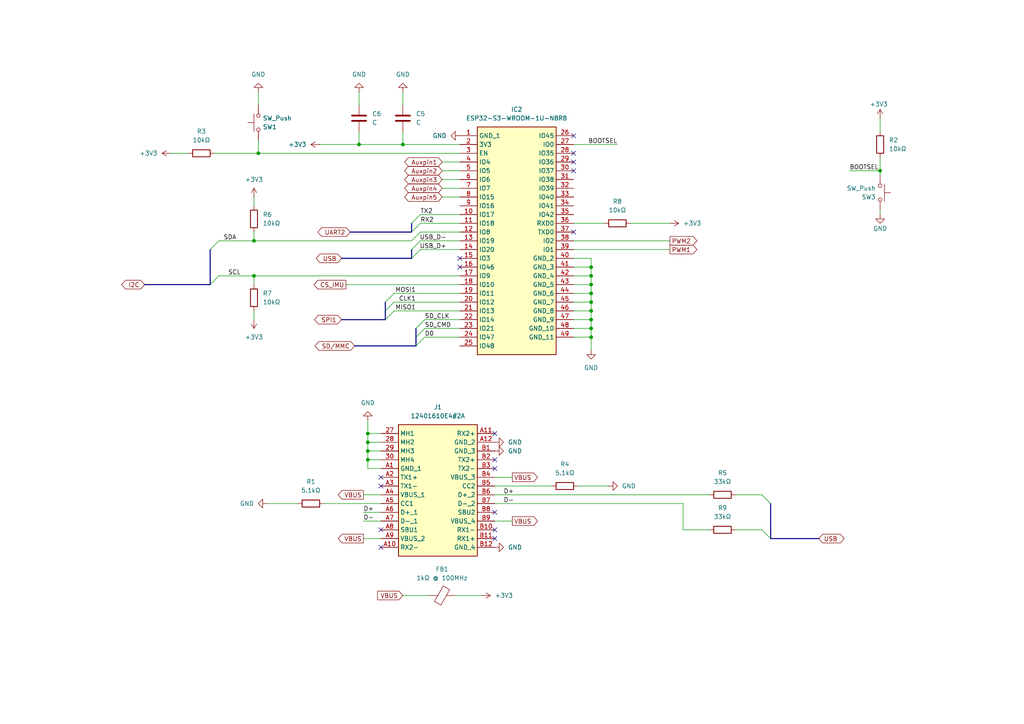
<source format=kicad_sch>
(kicad_sch (version 20250114) (generator "eeschema") (generator_version "9.0")
  (paper "A4")
  (lib_symbols
    (symbol "12401610E4#2A:12401610E4#2A"
      (property "Reference" "J" (at 29.21 7.62 0))
      (property "Value" "12401610E4#2A" (at 29.21 5.08 0))
      (symbol "12401610E4#2A_1_1"
        (rectangle (start 5.08 2.54) (end 27.94 -35.56) (stroke (width 0.254)) (fill (type background)))
        (pin passive line (at 0 0 0) (length 5.08) (name "MH1") (number "27"))
        (pin passive line (at 0 -2.54 0) (length 5.08) (name "MH2") (number "28"))
        (pin passive line (at 0 -5.08 0) (length 5.08) (name "MH3") (number "29"))
        (pin passive line (at 0 -7.62 0) (length 5.08) (name "MH4") (number "30"))
        (pin passive line (at 0 -10.16 0) (length 5.08) (name "GND_1") (number "A1"))
        (pin passive line (at 0 -12.7 0) (length 5.08) (name "TX1+") (number "A2"))
        (pin passive line (at 0 -15.24 0) (length 5.08) (name "TX1-") (number "A3"))
        (pin passive line (at 0 -17.78 0) (length 5.08) (name "VBUS_1") (number "A4"))
        (pin passive line (at 0 -20.32 0) (length 5.08) (name "CC1") (number "A5"))
        (pin passive line (at 0 -22.86 0) (length 5.08) (name "D+_1") (number "A6"))
        (pin passive line (at 0 -25.4 0) (length 5.08) (name "D-_1") (number "A7"))
        (pin passive line (at 0 -27.94 0) (length 5.08) (name "SBU1") (number "A8"))
        (pin passive line (at 0 -30.48 0) (length 5.08) (name "VBUS_2") (number "A9"))
        (pin passive line (at 0 -33.02 0) (length 5.08) (name "RX2-") (number "A10"))
        (pin passive line (at 33.02 0 180) (length 5.08) (name "RX2+") (number "A11"))
        (pin passive line (at 33.02 -2.54 180) (length 5.08) (name "GND_2") (number "A12"))
        (pin passive line (at 33.02 -5.08 180) (length 5.08) (name "GND_3") (number "B1"))
        (pin passive line (at 33.02 -7.62 180) (length 5.08) (name "TX2+") (number "B2"))
        (pin passive line (at 33.02 -10.16 180) (length 5.08) (name "TX2-") (number "B3"))
        (pin passive line (at 33.02 -12.7 180) (length 5.08) (name "VBUS_3") (number "B4"))
        (pin passive line (at 33.02 -15.24 180) (length 5.08) (name "CC2") (number "B5"))
        (pin passive line (at 33.02 -17.78 180) (length 5.08) (name "D+_2") (number "B6"))
        (pin passive line (at 33.02 -20.32 180) (length 5.08) (name "D-_2") (number "B7"))
        (pin passive line (at 33.02 -22.86 180) (length 5.08) (name "SBU2") (number "B8"))
        (pin passive line (at 33.02 -25.4 180) (length 5.08) (name "VBUS_4") (number "B9"))
        (pin passive line (at 33.02 -27.94 180) (length 5.08) (name "RX1-") (number "B10"))
        (pin passive line (at 33.02 -30.48 180) (length 5.08) (name "RX1+") (number "B11"))
        (pin passive line (at 33.02 -33.02 180) (length 5.08) (name "GND_4") (number "B12"))
      )
    )
    (symbol "Device:C" (pin_numbers (hide yes)) (pin_names (offset 0.254))
      (property "Reference" "C" (at 0.635 2.54 0))
      (property "Value" "C" (at 0.635 -2.54 0))
      (symbol "C_0_1"
        (polyline (pts (xy -2.032 0.762) (xy 2.032 0.762)) (stroke (width 0.508)))
        (polyline (pts (xy -2.032 -0.762) (xy 2.032 -0.762)) (stroke (width 0.508)))
      )
      (symbol "C_1_1"
        (pin passive line (at 0 3.81 270) (length 2.794) (name "~") (number "1"))
        (pin passive line (at 0 -3.81 90) (length 2.794) (name "~") (number "2"))
      )
    )
    (symbol "Device:FerriteBead" (pin_numbers (hide yes)) (pin_names (offset 0))
      (property "Reference" "FB" (at -3.81 0.635 90))
      (property "Value" "FerriteBead" (at 3.81 0 90))
      (symbol "FerriteBead_0_1"
        (polyline (pts (xy -2.7686 0.4064) (xy -1.7018 2.2606) (xy 2.7686 -0.3048) (xy 1.6764 -2.159) (xy -2.7686 0.4064)))
        (polyline (pts (xy 0 1.27) (xy 0 1.2954)))
        (polyline (pts (xy 0 -1.27) (xy 0 -1.2192)))
      )
      (symbol "FerriteBead_1_1"
        (pin passive line (at 0 3.81 270) (length 2.54) (name "~") (number "1"))
        (pin passive line (at 0 -3.81 90) (length 2.54) (name "~") (number "2"))
      )
    )
    (symbol "Device:R" (pin_numbers (hide yes)) (pin_names (offset 0))
      (property "Reference" "R" (at 2.032 0 90))
      (property "Value" "R" (at 0 0 90))
      (symbol "R_0_1"
        (rectangle (start -1.016 -2.54) (end 1.016 2.54) (stroke (width 0.254)))
      )
      (symbol "R_1_1"
        (pin passive line (at 0 3.81 270) (length 1.27) (name "~") (number "1"))
        (pin passive line (at 0 -3.81 90) (length 1.27) (name "~") (number "2"))
      )
    )
    (symbol "ESP32-S3-WROOM-1U-N8R8:ESP32-S3-WROOM-1U-N8R8"
      (property "Reference" "IC" (at 29.21 7.62 0))
      (property "Value" "ESP32-S3-WROOM-1U-N8R8" (at 29.21 5.08 0))
      (symbol "ESP32-S3-WROOM-1U-N8R8_1_1"
        (rectangle (start 5.08 2.54) (end 27.94 -63.5) (stroke (width 0.254)) (fill (type background)))
        (pin passive line (at 0 0 0) (length 5.08) (name "GND_1") (number "1"))
        (pin passive line (at 0 -2.54 0) (length 5.08) (name "3V3") (number "2"))
        (pin passive line (at 0 -5.08 0) (length 5.08) (name "EN") (number "3"))
        (pin passive line (at 0 -7.62 0) (length 5.08) (name "IO4") (number "4"))
        (pin passive line (at 0 -10.16 0) (length 5.08) (name "IO5") (number "5"))
        (pin passive line (at 0 -12.7 0) (length 5.08) (name "IO6") (number "6"))
        (pin passive line (at 0 -15.24 0) (length 5.08) (name "IO7") (number "7"))
        (pin passive line (at 0 -17.78 0) (length 5.08) (name "IO15") (number "8"))
        (pin passive line (at 0 -20.32 0) (length 5.08) (name "IO16") (number "9"))
        (pin passive line (at 0 -22.86 0) (length 5.08) (name "IO17") (number "10"))
        (pin passive line (at 0 -25.4 0) (length 5.08) (name "IO18") (number "11"))
        (pin passive line (at 0 -27.94 0) (length 5.08) (name "IO8") (number "12"))
        (pin passive line (at 0 -30.48 0) (length 5.08) (name "IO19") (number "13"))
        (pin passive line (at 0 -33.02 0) (length 5.08) (name "IO20") (number "14"))
        (pin passive line (at 0 -35.56 0) (length 5.08) (name "IO3") (number "15"))
        (pin passive line (at 0 -38.1 0) (length 5.08) (name "IO46") (number "16"))
        (pin passive line (at 0 -40.64 0) (length 5.08) (name "IO9") (number "17"))
        (pin passive line (at 0 -43.18 0) (length 5.08) (name "IO10") (number "18"))
        (pin passive line (at 0 -45.72 0) (length 5.08) (name "IO11") (number "19"))
        (pin passive line (at 0 -48.26 0) (length 5.08) (name "IO12") (number "20"))
        (pin passive line (at 0 -50.8 0) (length 5.08) (name "IO13") (number "21"))
        (pin passive line (at 0 -53.34 0) (length 5.08) (name "IO14") (number "22"))
        (pin passive line (at 0 -55.88 0) (length 5.08) (name "IO21") (number "23"))
        (pin passive line (at 0 -58.42 0) (length 5.08) (name "IO47") (number "24"))
        (pin passive line (at 0 -60.96 0) (length 5.08) (name "IO48") (number "25"))
        (pin passive line (at 33.02 0 180) (length 5.08) (name "IO45") (number "26"))
        (pin passive line (at 33.02 -2.54 180) (length 5.08) (name "IO0") (number "27"))
        (pin passive line (at 33.02 -5.08 180) (length 5.08) (name "IO35") (number "28"))
        (pin passive line (at 33.02 -7.62 180) (length 5.08) (name "IO36") (number "29"))
        (pin passive line (at 33.02 -10.16 180) (length 5.08) (name "IO37") (number "30"))
        (pin passive line (at 33.02 -12.7 180) (length 5.08) (name "IO38") (number "31"))
        (pin passive line (at 33.02 -15.24 180) (length 5.08) (name "IO39") (number "32"))
        (pin passive line (at 33.02 -17.78 180) (length 5.08) (name "IO40") (number "33"))
        (pin passive line (at 33.02 -20.32 180) (length 5.08) (name "IO41") (number "34"))
        (pin passive line (at 33.02 -22.86 180) (length 5.08) (name "IO42") (number "35"))
        (pin passive line (at 33.02 -25.4 180) (length 5.08) (name "RXD0") (number "36"))
        (pin passive line (at 33.02 -27.94 180) (length 5.08) (name "TXD0") (number "37"))
        (pin passive line (at 33.02 -30.48 180) (length 5.08) (name "IO2") (number "38"))
        (pin passive line (at 33.02 -33.02 180) (length 5.08) (name "IO1") (number "39"))
        (pin passive line (at 33.02 -35.56 180) (length 5.08) (name "GND_2") (number "40"))
        (pin passive line (at 33.02 -38.1 180) (length 5.08) (name "GND_3") (number "41"))
        (pin passive line (at 33.02 -40.64 180) (length 5.08) (name "GND_4") (number "42"))
        (pin passive line (at 33.02 -43.18 180) (length 5.08) (name "GND_5") (number "43"))
        (pin passive line (at 33.02 -45.72 180) (length 5.08) (name "GND_6") (number "44"))
        (pin passive line (at 33.02 -48.26 180) (length 5.08) (name "GND_7") (number "45"))
        (pin passive line (at 33.02 -50.8 180) (length 5.08) (name "GND_8") (number "46"))
        (pin passive line (at 33.02 -53.34 180) (length 5.08) (name "GND_9") (number "47"))
        (pin passive line (at 33.02 -55.88 180) (length 5.08) (name "GND_10") (number "48"))
        (pin passive line (at 33.02 -58.42 180) (length 5.08) (name "GND_11") (number "49"))
      )
    )
    (symbol "Switch:SW_Push" (pin_numbers (hide yes)) (pin_names (offset 1.016) (hide yes))
      (property "Reference" "SW" (at 1.27 2.54 0))
      (property "Value" "SW_Push" (at 0 -1.524 0))
      (symbol "SW_Push_0_1"
        (circle (center -2.032 0) (radius 0.508))
        (polyline (pts (xy 0 1.27) (xy 0 3.048)))
        (circle (center 2.032 0) (radius 0.508))
        (polyline (pts (xy 2.54 1.27) (xy -2.54 1.27)))
        (pin passive line (at -5.08 0 0) (length 2.54) (name "1") (number "1"))
        (pin passive line (at 5.08 0 180) (length 2.54) (name "2") (number "2"))
      )
    )
    (symbol "power:+3V3" (power) (pin_numbers (hide yes)) (pin_names (offset 0) (hide yes))
      (property "Value" "+3V3" (at 0 3.556 0))
      (symbol "+3V3_0_1"
        (polyline (pts (xy -0.762 1.27) (xy 0 2.54)))
        (polyline (pts (xy 0 2.54) (xy 0.762 1.27)))
        (polyline (pts (xy 0 0) (xy 0 2.54)))
      )
      (symbol "+3V3_1_1"
        (pin power_in line (at 0 0 90) (length 0) (name "~") (number "1"))
      )
    )
    (symbol "power:GND" (power) (pin_numbers (hide yes)) (pin_names (offset 0) (hide yes))
      (property "Value" "GND" (at 0 -3.81 0))
      (symbol "GND_0_1"
        (polyline (pts (xy 0 0) (xy 0 -1.27) (xy 1.27 -1.27) (xy 0 -2.54) (xy -1.27 -1.27) (xy 0 -1.27)))
      )
      (symbol "GND_1_1"
        (pin power_in line (at 0 0 270) (length 0) (name "~") (number "1"))
      )
    )
  )
  (junction (at 106.68 128.27))
  (junction (at 171.45 95.25))
  (junction (at 106.68 130.81))
  (junction (at 73.66 80.01))
  (junction (at 171.45 85.09))
  (junction (at 171.45 82.55))
  (junction (at 171.45 80.01))
  (junction (at 255.27 49.53))
  (junction (at 104.14 41.91))
  (junction (at 106.68 125.73))
  (junction (at 106.68 133.35))
  (junction (at 73.66 69.85))
  (junction (at 171.45 90.17))
  (junction (at 74.93 44.45))
  (junction (at 116.84 41.91))
  (junction (at 171.45 92.71))
  (junction (at 171.45 97.79))
  (junction (at 171.45 77.47))
  (junction (at 171.45 87.63))
  (no_connect (at 166.37 39.37))
  (no_connect (at 110.49 158.75))
  (no_connect (at 166.37 49.53))
  (no_connect (at 143.51 135.89))
  (no_connect (at 143.51 125.73))
  (no_connect (at 133.35 77.47))
  (no_connect (at 110.49 140.97))
  (no_connect (at 166.37 46.99))
  (no_connect (at 166.37 44.45))
  (no_connect (at 143.51 156.21))
  (no_connect (at 133.35 74.93))
  (no_connect (at 143.51 133.35))
  (no_connect (at 166.37 67.31))
  (no_connect (at 110.49 138.43))
  (no_connect (at 143.51 148.59))
  (no_connect (at 110.49 153.67))
  (no_connect (at 143.51 153.67))
  (bus_entry (at 63.5 69.85) (size -2.54 2.54))
  (bus_entry (at 220.98 143.51) (size 2.54 2.54))
  (bus_entry (at 119.38 67.31) (size 2.54 -2.54))
  (bus_entry (at 114.3 85.09) (size -2.54 2.54))
  (bus_entry (at 119.38 64.77) (size 2.54 -2.54))
  (bus_entry (at 119.38 72.39) (size 2.54 -2.54))
  (bus_entry (at 63.5 80.01) (size -2.54 2.54))
  (bus_entry (at 220.98 153.67) (size 2.54 2.54))
  (bus_entry (at 114.3 90.17) (size -2.54 2.54))
  (bus_entry (at 114.3 87.63) (size -2.54 2.54))
  (bus_entry (at 123.19 95.25) (size -2.54 2.54))
  (bus_entry (at 123.19 97.79) (size -2.54 2.54))
  (bus_entry (at 123.19 92.71) (size -2.54 2.54))
  (bus_entry (at 119.38 74.93) (size 2.54 -2.54))
  (wire (pts (xy 106.68 130.81) (xy 110.49 130.81)))
  (bus (pts (xy 60.96 72.39) (xy 60.96 82.55)))
  (wire (pts (xy 128.27 46.99) (xy 133.35 46.99)))
  (wire (pts (xy 166.37 74.93) (xy 171.45 74.93)))
  (wire (pts (xy 167.64 140.97) (xy 176.53 140.97)))
  (bus (pts (xy 119.38 64.77) (xy 119.38 67.31)))
  (wire (pts (xy 123.19 92.71) (xy 133.35 92.71)))
  (wire (pts (xy 255.27 34.29) (xy 255.27 38.1)))
  (wire (pts (xy 198.12 153.67) (xy 205.74 153.67)))
  (wire (pts (xy 166.37 64.77) (xy 175.26 64.77)))
  (bus (pts (xy 41.91 82.55) (xy 60.96 82.55)))
  (wire (pts (xy 171.45 80.01) (xy 171.45 82.55)))
  (wire (pts (xy 171.45 90.17) (xy 171.45 92.71)))
  (wire (pts (xy 255.27 45.72) (xy 255.27 49.53)))
  (wire (pts (xy 182.88 64.77) (xy 194.31 64.77)))
  (wire (pts (xy 166.37 85.09) (xy 171.45 85.09)))
  (wire (pts (xy 106.68 133.35) (xy 106.68 135.89)))
  (bus (pts (xy 111.76 87.63) (xy 111.76 90.17)))
  (wire (pts (xy 143.51 143.51) (xy 205.74 143.51)))
  (wire (pts (xy 213.36 143.51) (xy 220.98 143.51)))
  (bus (pts (xy 111.76 92.71) (xy 99.06 92.71)))
  (wire (pts (xy 110.49 146.05) (xy 93.98 146.05)))
  (wire (pts (xy 110.49 151.13) (xy 105.41 151.13)))
  (wire (pts (xy 116.84 172.72) (xy 124.46 172.72)))
  (wire (pts (xy 106.68 133.35) (xy 110.49 133.35)))
  (wire (pts (xy 166.37 82.55) (xy 171.45 82.55)))
  (wire (pts (xy 110.49 143.51) (xy 105.41 143.51)))
  (wire (pts (xy 143.51 140.97) (xy 160.02 140.97)))
  (wire (pts (xy 255.27 62.23) (xy 255.27 60.96)))
  (wire (pts (xy 92.71 41.91) (xy 104.14 41.91)))
  (wire (pts (xy 114.3 85.09) (xy 133.35 85.09)))
  (wire (pts (xy 128.27 49.53) (xy 133.35 49.53)))
  (wire (pts (xy 143.51 146.05) (xy 198.12 146.05)))
  (bus (pts (xy 99.06 74.93) (xy 119.38 74.93)))
  (wire (pts (xy 171.45 87.63) (xy 171.45 90.17)))
  (bus (pts (xy 119.38 72.39) (xy 119.38 74.93)))
  (wire (pts (xy 166.37 77.47) (xy 171.45 77.47)))
  (wire (pts (xy 106.68 130.81) (xy 106.68 133.35)))
  (wire (pts (xy 143.51 138.43) (xy 148.59 138.43)))
  (wire (pts (xy 123.19 95.25) (xy 133.35 95.25)))
  (wire (pts (xy 213.36 153.67) (xy 220.98 153.67)))
  (wire (pts (xy 63.5 69.85) (xy 73.66 69.85)))
  (wire (pts (xy 166.37 87.63) (xy 171.45 87.63)))
  (wire (pts (xy 121.92 67.31) (xy 133.35 67.31)))
  (wire (pts (xy 255.27 49.53) (xy 255.27 50.8)))
  (wire (pts (xy 105.41 148.59) (xy 110.49 148.59)))
  (wire (pts (xy 116.84 26.67) (xy 116.84 30.48)))
  (wire (pts (xy 73.66 57.15) (xy 73.66 59.69)))
  (wire (pts (xy 73.66 67.31) (xy 73.66 69.85)))
  (wire (pts (xy 74.93 44.45) (xy 133.35 44.45)))
  (wire (pts (xy 194.31 69.85) (xy 166.37 69.85)))
  (wire (pts (xy 104.14 38.1) (xy 104.14 41.91)))
  (wire (pts (xy 73.66 90.17) (xy 73.66 92.71)))
  (wire (pts (xy 166.37 97.79) (xy 171.45 97.79)))
  (wire (pts (xy 171.45 97.79) (xy 171.45 101.6)))
  (wire (pts (xy 166.37 90.17) (xy 171.45 90.17)))
  (wire (pts (xy 166.37 95.25) (xy 171.45 95.25)))
  (wire (pts (xy 128.27 57.15) (xy 133.35 57.15)))
  (wire (pts (xy 104.14 26.67) (xy 104.14 30.48)))
  (wire (pts (xy 73.66 69.85) (xy 119.38 69.85)))
  (bus (pts (xy 102.87 100.33) (xy 120.65 100.33)))
  (wire (pts (xy 116.84 41.91) (xy 133.35 41.91)))
  (wire (pts (xy 106.68 121.92) (xy 106.68 125.73)))
  (wire (pts (xy 114.3 87.63) (xy 133.35 87.63)))
  (wire (pts (xy 171.45 92.71) (xy 171.45 95.25)))
  (bus (pts (xy 120.65 97.79) (xy 120.65 100.33)))
  (wire (pts (xy 106.68 135.89) (xy 110.49 135.89)))
  (wire (pts (xy 106.68 128.27) (xy 110.49 128.27)))
  (wire (pts (xy 123.19 97.79) (xy 133.35 97.79)))
  (wire (pts (xy 143.51 151.13) (xy 148.59 151.13)))
  (wire (pts (xy 73.66 80.01) (xy 133.35 80.01)))
  (wire (pts (xy 49.53 44.45) (xy 54.61 44.45)))
  (wire (pts (xy 171.45 74.93) (xy 171.45 77.47)))
  (wire (pts (xy 110.49 156.21) (xy 105.41 156.21)))
  (wire (pts (xy 166.37 72.39) (xy 194.31 72.39)))
  (wire (pts (xy 133.35 72.39) (xy 121.92 72.39)))
  (wire (pts (xy 198.12 146.05) (xy 198.12 153.67)))
  (wire (pts (xy 132.08 172.72) (xy 139.7 172.72)))
  (wire (pts (xy 73.66 80.01) (xy 73.66 82.55)))
  (wire (pts (xy 106.68 125.73) (xy 110.49 125.73)))
  (wire (pts (xy 128.27 52.07) (xy 133.35 52.07)))
  (wire (pts (xy 121.92 62.23) (xy 133.35 62.23)))
  (bus (pts (xy 101.6 67.31) (xy 119.38 67.31)))
  (wire (pts (xy 121.92 67.31) (xy 119.38 69.85)))
  (wire (pts (xy 121.92 64.77) (xy 133.35 64.77)))
  (wire (pts (xy 246.38 49.53) (xy 255.27 49.53)))
  (wire (pts (xy 171.45 95.25) (xy 171.45 97.79)))
  (wire (pts (xy 106.68 125.73) (xy 106.68 128.27)))
  (wire (pts (xy 74.93 44.45) (xy 74.93 40.64)))
  (wire (pts (xy 171.45 85.09) (xy 171.45 87.63)))
  (wire (pts (xy 166.37 80.01) (xy 171.45 80.01)))
  (wire (pts (xy 86.36 146.05) (xy 77.47 146.05)))
  (wire (pts (xy 106.68 128.27) (xy 106.68 130.81)))
  (wire (pts (xy 128.27 54.61) (xy 133.35 54.61)))
  (wire (pts (xy 171.45 82.55) (xy 171.45 85.09)))
  (bus (pts (xy 223.52 156.21) (xy 237.49 156.21)))
  (wire (pts (xy 104.14 41.91) (xy 116.84 41.91)))
  (wire (pts (xy 62.23 44.45) (xy 74.93 44.45)))
  (wire (pts (xy 100.33 82.55) (xy 133.35 82.55)))
  (wire (pts (xy 166.37 41.91) (xy 179.07 41.91)))
  (wire (pts (xy 74.93 26.67) (xy 74.93 30.48)))
  (bus (pts (xy 223.52 146.05) (xy 223.52 156.21)))
  (wire (pts (xy 121.92 69.85) (xy 133.35 69.85)))
  (bus (pts (xy 120.65 95.25) (xy 120.65 97.79)))
  (wire (pts (xy 116.84 38.1) (xy 116.84 41.91)))
  (bus (pts (xy 111.76 90.17) (xy 111.76 92.71)))
  (wire (pts (xy 166.37 92.71) (xy 171.45 92.71)))
  (wire (pts (xy 171.45 77.47) (xy 171.45 80.01)))
  (wire (pts (xy 63.5 80.01) (xy 73.66 80.01)))
  (wire (pts (xy 114.3 90.17) (xy 133.35 90.17)))
  (label "RX2" (at 121.92 64.77 0))
  (label "MISO1" (at 120.65 90.17 180))
  (label "BOOTSEL" (at 246.38 49.53 0))
  (label "SD_CMD" (at 123.19 95.25 0))
  (label "BOOTSEL" (at 179.07 41.91 180))
  (label "MOSI1" (at 120.65 85.09 180))
  (label "SDA" (at 68.58 69.85 180))
  (label "USB_D+" (at 129.54 72.39 180))
  (label "USB_D-" (at 129.54 69.85 180))
  (label "SD_CLK" (at 123.19 92.71 0))
  (label "D-" (at 146.05 146.05 0))
  (label "D0" (at 123.19 97.79 0))
  (label "TX2" (at 121.92 62.23 0))
  (label "CLK1" (at 120.65 87.63 180))
  (label "D-" (at 105.41 151.13 0))
  (label "SCL" (at 69.85 80.01 180))
  (label "D+" (at 105.41 148.59 0))
  (label "D+" (at 146.05 143.51 0))
  (global_label "VBUS" (shape input) (at 116.84 172.72 180) (property "Intersheetrefs" "${INTERSHEET_REFS}" (effects (hide yes))))
  (global_label "VBUS" (shape output) (at 105.41 156.21 180) (property "Intersheetrefs" "${INTERSHEET_REFS}" (effects (hide yes))))
  (global_label "Auxpin1" (shape bidirectional) (at 128.27 46.99 180) (property "Intersheetrefs" "${INTERSHEET_REFS}" (effects (hide yes))))
  (global_label "Auxpin3" (shape bidirectional) (at 128.27 52.07 180) (property "Intersheetrefs" "${INTERSHEET_REFS}" (effects (hide yes))))
  (global_label "CS_IMU" (shape output) (at 100.33 82.55 180) (property "Intersheetrefs" "${INTERSHEET_REFS}" (effects (hide yes))))
  (global_label "SPI1" (shape bidirectional) (at 99.06 92.71 180) (property "Intersheetrefs" "${INTERSHEET_REFS}" (effects (hide yes))))
  (global_label "Auxpin5" (shape bidirectional) (at 128.27 57.15 180) (property "Intersheetrefs" "${INTERSHEET_REFS}" (effects (hide yes))))
  (global_label "Auxpin4" (shape bidirectional) (at 128.27 54.61 180) (property "Intersheetrefs" "${INTERSHEET_REFS}" (effects (hide yes))))
  (global_label "UART2" (shape bidirectional) (at 101.6 67.31 180) (property "Intersheetrefs" "${INTERSHEET_REFS}" (effects (hide yes))))
  (global_label "SD{slash}MMC" (shape bidirectional) (at 102.87 100.33 180) (property "Intersheetrefs" "${INTERSHEET_REFS}" (effects (hide yes))))
  (global_label "VBUS" (shape output) (at 148.59 138.43 0) (property "Intersheetrefs" "${INTERSHEET_REFS}" (effects (hide yes))))
  (global_label "PWM1" (shape output) (at 194.31 72.39 0) (property "Intersheetrefs" "${INTERSHEET_REFS}" (effects (hide yes))))
  (global_label "PWM2" (shape output) (at 194.31 69.85 0) (property "Intersheetrefs" "${INTERSHEET_REFS}" (effects (hide yes))))
  (global_label "USB" (shape bidirectional) (at 99.06 74.93 180) (property "Intersheetrefs" "${INTERSHEET_REFS}" (effects (hide yes))))
  (global_label "USB" (shape bidirectional) (at 237.49 156.21 0) (property "Intersheetrefs" "${INTERSHEET_REFS}" (effects (hide yes))))
  (global_label "VBUS" (shape output) (at 148.59 151.13 0) (property "Intersheetrefs" "${INTERSHEET_REFS}" (effects (hide yes))))
  (global_label "Auxpin2" (shape bidirectional) (at 128.27 49.53 180) (property "Intersheetrefs" "${INTERSHEET_REFS}" (effects (hide yes))))
  (global_label "VBUS" (shape output) (at 105.41 143.51 180) (property "Intersheetrefs" "${INTERSHEET_REFS}" (effects (hide yes))))
  (global_label "I2C" (shape bidirectional) (at 41.91 82.55 180) (property "Intersheetrefs" "${INTERSHEET_REFS}" (effects (hide yes))))
  (symbol (lib_id "Device:R") (at 255.27 41.91 0) (mirror y) (unit 1)
    (property "Reference" "R2" (at 257.81 40.6399 0) (effects (justify right)))
    (property "Value" "10kΩ" (at 257.81 43.1799 0) (effects (justify right)))
    (property "Description" "Resistor" (effects (hide yes)))
  )
  (symbol (lib_id "power:GND") (at 116.84 26.67 180) (unit 1)
    (property "Reference" "#PWR09" (effects (hide yes)))
    (property "Value" "GND" (at 116.84 21.59 0))
    (property "Description" "Power symbol creates a global label with name \"GND\" , ground" (effects (hide yes)))
  )
  (symbol (lib_id "Device:R") (at 73.66 63.5 180) (unit 1)
    (property "Reference" "R6" (at 76.2 62.2299 0) (effects (justify right)))
    (property "Value" "10kΩ" (at 76.2 64.7699 0) (effects (justify right)))
    (property "Description" "Resistor" (effects (hide yes)))
  )
  (symbol (lib_id "Device:C") (at 116.84 34.29 0) (unit 1)
    (property "Reference" "C5" (at 120.65 33.0199 0) (effects (justify left)))
    (property "Value" "C" (at 120.65 35.5599 0) (effects (justify left)))
    (property "Description" "Unpolarized capacitor" (effects (hide yes)))
  )
  (symbol (lib_id "power:GND") (at 143.51 128.27 90) (unit 1)
    (property "Reference" "#PWR03" (effects (hide yes)))
    (property "Value" "GND" (at 147.32 128.2699 90) (effects (justify right)))
    (property "Description" "Power symbol creates a global label with name \"GND\" , ground" (effects (hide yes)))
  )
  (symbol (lib_id "power:+3V3") (at 73.66 57.15 0) (unit 1)
    (property "Reference" "#PWR011" (effects (hide yes)))
    (property "Value" "+3V3" (at 73.66 52.07 0))
    (property "Description" "Power symbol creates a global label with name \"+3V3\"" (effects (hide yes)))
  )
  (symbol (lib_id "Device:C") (at 104.14 34.29 0) (unit 1)
    (property "Reference" "C6" (at 107.95 33.0199 0) (effects (justify left)))
    (property "Value" "C" (at 107.95 35.5599 0) (effects (justify left)))
    (property "Description" "Unpolarized capacitor" (effects (hide yes)))
  )
  (symbol (lib_id "power:GND") (at 143.51 130.81 90) (unit 1)
    (property "Reference" "#PWR04" (effects (hide yes)))
    (property "Value" "GND" (at 147.32 130.8099 90) (effects (justify right)))
    (property "Description" "Power symbol creates a global label with name \"GND\" , ground" (effects (hide yes)))
  )
  (symbol (lib_id "Switch:SW_Push") (at 255.27 55.88 270) (unit 1)
    (property "Reference" "SW3" (at 254 57.1501 90) (effects (justify right)))
    (property "Value" "SW_Push" (at 254 54.6101 90) (effects (justify right)))
    (property "Description" "Push button switch, generic, two pins" (effects (hide yes)))
  )
  (symbol (lib_id "power:GND") (at 171.45 101.6 0) (unit 1)
    (property "Reference" "#PWR025" (effects (hide yes)))
    (property "Value" "GND" (at 171.45 106.68 0))
    (property "Description" "Power symbol creates a global label with name \"GND\" , ground" (effects (hide yes)))
  )
  (symbol (lib_id "power:GND") (at 255.27 62.23 0) (unit 1)
    (property "Reference" "#PWR027" (effects (hide yes)))
    (property "Value" "GND" (at 253.238 66.294 0) (effects (justify left)))
    (property "Description" "Power symbol creates a global label with name \"GND\" , ground" (effects (hide yes)))
  )
  (symbol (lib_id "power:+3V3") (at 194.31 64.77 270) (unit 1)
    (property "Reference" "#PWR026" (effects (hide yes)))
    (property "Value" "+3V3" (at 198.12 64.7699 90) (effects (justify left)))
    (property "Description" "Power symbol creates a global label with name \"+3V3\"" (effects (hide yes)))
  )
  (symbol (lib_id "power:+3V3") (at 73.66 92.71 180) (unit 1)
    (property "Reference" "#PWR012" (effects (hide yes)))
    (property "Value" "+3V3" (at 73.66 97.79 0))
    (property "Description" "Power symbol creates a global label with name \"+3V3\"" (effects (hide yes)))
  )
  (symbol (lib_id "power:GND") (at 104.14 26.67 180) (unit 1)
    (property "Reference" "#PWR010" (effects (hide yes)))
    (property "Value" "GND" (at 104.14 21.59 0))
    (property "Description" "Power symbol creates a global label with name \"GND\" , ground" (effects (hide yes)))
  )
  (symbol (lib_id "Device:FerriteBead") (at 128.27 172.72 90) (unit 1)
    (property "Reference" "FB1" (at 128.2192 165.1 90))
    (property "Value" "1kΩ @ 100MHz" (at 128.2192 167.64 90))
    (property "Description" "Ferrite bead" (effects (hide yes)))
  )
  (symbol (lib_id "power:+3V3") (at 139.7 172.72 270) (unit 1)
    (property "Reference" "#PWR016" (effects (hide yes)))
    (property "Value" "+3V3" (at 143.51 172.7199 90) (effects (justify left)))
    (property "Description" "Power symbol creates a global label with name \"+3V3\"" (effects (hide yes)))
  )
  (symbol (lib_id "Device:R") (at 163.83 140.97 90) (unit 1)
    (property "Reference" "R4" (at 163.83 134.62 90))
    (property "Value" "5.1kΩ" (at 163.83 137.16 90))
    (property "Description" "Resistor" (effects (hide yes)))
  )
  (symbol (lib_id "Device:R") (at 209.55 153.67 90) (unit 1)
    (property "Reference" "R9" (at 209.55 147.32 90))
    (property "Value" "33kΩ" (at 209.55 149.86 90))
    (property "Description" "Resistor" (effects (hide yes)))
  )
  (symbol (lib_id "Device:R") (at 209.55 143.51 90) (unit 1)
    (property "Reference" "R5" (at 209.55 137.16 90))
    (property "Value" "33kΩ" (at 209.55 139.7 90))
    (property "Description" "Resistor" (effects (hide yes)))
  )
  (symbol (lib_id "Device:R") (at 90.17 146.05 270) (mirror x) (unit 1)
    (property "Reference" "R1" (at 90.17 139.7 90))
    (property "Value" "5.1kΩ" (at 90.17 142.24 90))
    (property "Description" "Resistor" (effects (hide yes)))
  )
  (symbol (lib_id "power:GND") (at 106.68 121.92 180) (unit 1)
    (property "Reference" "#PWR05" (effects (hide yes)))
    (property "Value" "GND" (at 106.68 116.84 0))
    (property "Description" "Power symbol creates a global label with name \"GND\" , ground" (effects (hide yes)))
  )
  (symbol (lib_id "ESP32-S3-WROOM-1U-N8R8:ESP32-S3-WROOM-1U-N8R8") (at 133.35 39.37 0) (unit 1)
    (property "Reference" "IC2" (at 149.86 31.75 0))
    (property "Value" "ESP32-S3-WROOM-1U-N8R8" (at 149.86 34.29 0))
    (property "Footprint" "ESP32S3WROOM1UN8R8" (effects (hide yes)))
    (property "Datasheet" "https://www.espressif.com/sites/default/files/documentation/esp32-s3-wroom-1_wroom-1u_datasheet_en.pdf" (effects (hide yes)))
    (property "Description" "Multiprotocol Modules SMD Module, ESP32-S3R8, 8 MB Octal PSRAM Die, 8 MB Quad SPI Flash, IPEX Antenna Connector" (effects (hide yes)))
    (property "Height" "3.35" (effects (hide yes)))
    (property "Mouser Part Number" "356-ESP32S3WRM1UN8R8" (effects (hide yes)))
    (property "Mouser Price/Stock" "https://www.mouser.co.uk/ProductDetail/Espressif-Systems/ESP32-S3-WROOM-1U-N8R8?qs=Li%252BoUPsLEnvOglIa3CypaQ%3D%3D" (effects (hide yes)))
    (property "Manufacturer_Name" "Espressif Systems" (effects (hide yes)))
    (property "Manufacturer_Part_Number" "ESP32-S3-WROOM-1U-N8R8" (effects (hide yes)))
  )
  (symbol (lib_id "Device:R") (at 73.66 86.36 180) (unit 1)
    (property "Reference" "R7" (at 76.2 85.0899 0) (effects (justify right)))
    (property "Value" "10kΩ" (at 76.2 87.6299 0) (effects (justify right)))
    (property "Description" "Resistor" (effects (hide yes)))
  )
  (symbol (lib_id "power:GND") (at 176.53 140.97 90) (unit 1)
    (property "Reference" "#PWR06" (effects (hide yes)))
    (property "Value" "GND" (at 180.34 140.9699 90) (effects (justify right)))
    (property "Description" "Power symbol creates a global label with name \"GND\" , ground" (effects (hide yes)))
  )
  (symbol (lib_id "power:GND") (at 77.47 146.05 270) (mirror x) (unit 1)
    (property "Reference" "#PWR07" (effects (hide yes)))
    (property "Value" "GND" (at 73.66 146.0499 90) (effects (justify right)))
    (property "Description" "Power symbol creates a global label with name \"GND\" , ground" (effects (hide yes)))
  )
  (symbol (lib_id "power:GND") (at 74.93 26.67 0) (mirror x) (unit 1)
    (property "Reference" "#PWR014" (effects (hide yes)))
    (property "Value" "GND" (at 74.93 21.59 0))
    (property "Description" "Power symbol creates a global label with name \"GND\" , ground" (effects (hide yes)))
  )
  (symbol (lib_id "power:+3V3") (at 255.27 34.29 0) (mirror y) (unit 1)
    (property "Reference" "#PWR013" (effects (hide yes)))
    (property "Value" "+3V3" (at 252.222 30.226 0) (effects (justify right)))
    (property "Description" "Power symbol creates a global label with name \"+3V3\"" (effects (hide yes)))
  )
  (symbol (lib_id "12401610E4#2A:12401610E4#2A") (at 110.49 125.73 0) (unit 1)
    (property "Reference" "J1" (at 127 118.11 0))
    (property "Value" "12401610E4#2A" (at 127 120.65 0))
    (property "Footprint" "12401610E42A" (effects (hide yes)))
    (property "Datasheet" "https://cdn.amphenol-cs.com/media/wysiwyg/files/drawing/c12401610_c.pdf" (effects (hide yes)))
    (property "Description" "USB3.2 GEN2, Type C, Top mount, CH 1.58mm, Dual Row SMT" (effects (hide yes)))
    (property "Height" "3.43" (effects (hide yes)))
    (property "Manufacturer_Name" "Amphenol Communications Solutions" (effects (hide yes)))
    (property "Manufacturer_Part_Number" "12401610E4#2A" (effects (hide yes)))
  )
  (symbol (lib_id "power:+3V3") (at 49.53 44.45 90) (unit 1)
    (property "Reference" "#PWR015" (effects (hide yes)))
    (property "Value" "+3V3" (at 45.72 44.4499 90) (effects (justify left)))
    (property "Description" "Power symbol creates a global label with name \"+3V3\"" (effects (hide yes)))
  )
  (symbol (lib_id "Device:R") (at 58.42 44.45 90) (unit 1)
    (property "Reference" "R3" (at 58.42 38.1 90))
    (property "Value" "10kΩ" (at 58.42 40.64 90))
    (property "Description" "Resistor" (effects (hide yes)))
  )
  (symbol (lib_id "Switch:SW_Push") (at 74.93 35.56 90) (mirror x) (unit 1)
    (property "Reference" "SW1" (at 76.2 36.8301 90) (effects (justify right)))
    (property "Value" "SW_Push" (at 76.2 34.2901 90) (effects (justify right)))
    (property "Description" "Push button switch, generic, two pins" (effects (hide yes)))
  )
  (symbol (lib_id "Device:R") (at 179.07 64.77 90) (unit 1)
    (property "Reference" "R8" (at 179.07 58.42 90))
    (property "Value" "10kΩ" (at 179.07 60.96 90))
    (property "Description" "Resistor" (effects (hide yes)))
  )
  (symbol (lib_id "power:GND") (at 133.35 39.37 270) (unit 1)
    (property "Reference" "#PWR01" (effects (hide yes)))
    (property "Value" "GND" (at 129.54 39.3699 90) (effects (justify right)))
    (property "Description" "Power symbol creates a global label with name \"GND\" , ground" (effects (hide yes)))
  )
  (symbol (lib_id "power:GND") (at 143.51 158.75 90) (unit 1)
    (property "Reference" "#PWR02" (effects (hide yes)))
    (property "Value" "GND" (at 147.32 158.7499 90) (effects (justify right)))
    (property "Description" "Power symbol creates a global label with name \"GND\" , ground" (effects (hide yes)))
  )
  (symbol (lib_id "power:+3V3") (at 92.71 41.91 90) (unit 1)
    (property "Reference" "#PWR08" (effects (hide yes)))
    (property "Value" "+3V3" (at 88.9 41.9099 90) (effects (justify left)))
    (property "Description" "Power symbol creates a global label with name \"+3V3\"" (effects (hide yes)))
  )
)
</source>
